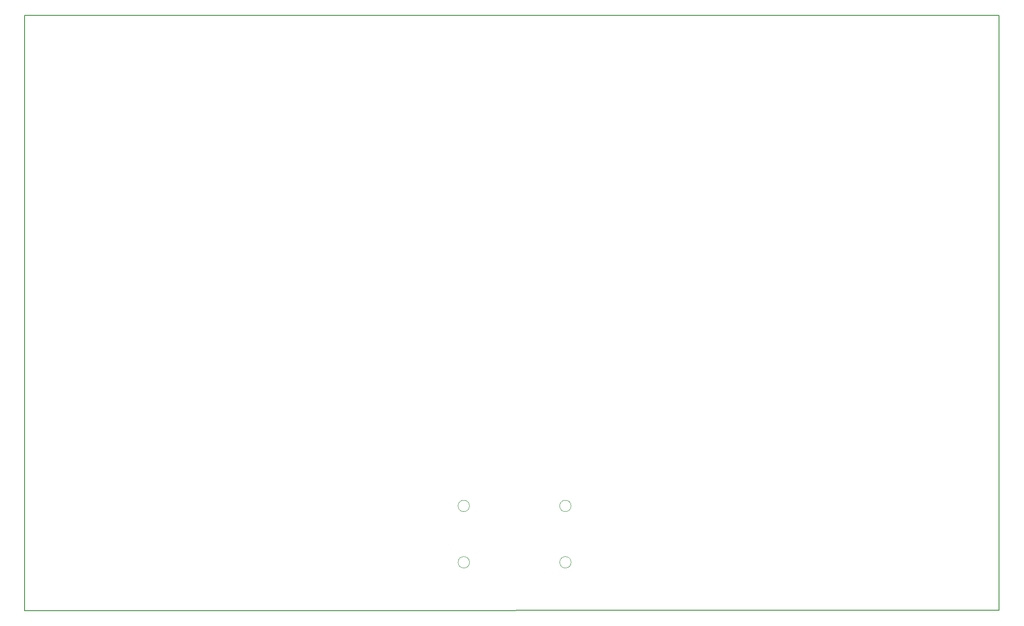
<source format=gbr>
%TF.GenerationSoftware,KiCad,Pcbnew,7.0.8*%
%TF.CreationDate,2024-05-12T08:22:54+09:00*%
%TF.ProjectId,ckb6,636b6236-2e6b-4696-9361-645f70636258,rev?*%
%TF.SameCoordinates,Original*%
%TF.FileFunction,Profile,NP*%
%FSLAX46Y46*%
G04 Gerber Fmt 4.6, Leading zero omitted, Abs format (unit mm)*
G04 Created by KiCad (PCBNEW 7.0.8) date 2024-05-12 08:22:54*
%MOMM*%
%LPD*%
G01*
G04 APERTURE LIST*
%TA.AperFunction,Profile*%
%ADD10C,0.150000*%
%TD*%
%TA.AperFunction,Profile*%
%ADD11C,0.100000*%
%TD*%
G04 APERTURE END LIST*
D10*
X118400000Y33600000D02*
X118400000Y148520000D01*
X-69720000Y148520000D02*
X118400000Y148520000D01*
D11*
X-69720000Y54380000D02*
X-69730000Y126890000D01*
D10*
X-69720000Y33540000D02*
X-69720000Y148520000D01*
D11*
X35750000Y53780000D02*
G75*
G03*
X35750000Y53780000I-1100000J0D01*
G01*
X16130000Y53780000D02*
G75*
G03*
X16130000Y53780000I-1100000J0D01*
G01*
X16140000Y42890000D02*
G75*
G03*
X16140000Y42890000I-1100000J0D01*
G01*
D10*
X-69720000Y33540000D02*
X118400000Y33600000D01*
D11*
X35760000Y42890000D02*
G75*
G03*
X35760000Y42890000I-1100000J0D01*
G01*
M02*

</source>
